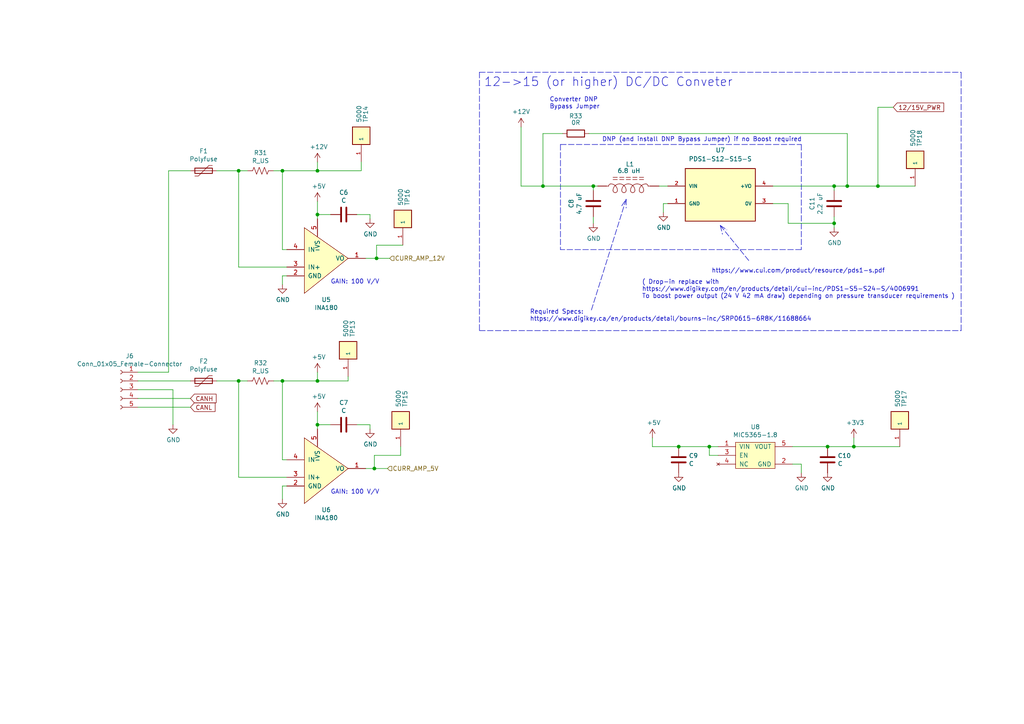
<source format=kicad_sch>
(kicad_sch (version 20211123) (generator eeschema)
  (paper "A4")
  (lib_symbols
    (symbol "Connector:Conn_01x05_Female" (pin_names (offset 1.016) hide)
      (property "Reference" "J" (at 0 7.62 0))
      (property "Value" "Conn_01x05_Female" (at 0 -7.62 0))
      (symbol "Conn_01x05_Female_1_1"
        (arc (start 0 -4.572) (mid -0.508 -5.08) (end 0 -5.588) (stroke (width 0.1524)))
        (arc (start 0 -2.032) (mid -0.508 -2.54) (end 0 -3.048) (stroke (width 0.1524)))
        (polyline (pts (xy -1.27 -5.08) (xy -0.508 -5.08)) (stroke (width 0.1524)))
        (polyline (pts (xy -1.27 -2.54) (xy -0.508 -2.54)) (stroke (width 0.1524)))
        (polyline (pts (xy -1.27 0) (xy -0.508 0)) (stroke (width 0.1524)))
        (polyline (pts (xy -1.27 2.54) (xy -0.508 2.54)) (stroke (width 0.1524)))
        (polyline (pts (xy -1.27 5.08) (xy -0.508 5.08)) (stroke (width 0.1524)))
        (arc (start 0 0.508) (mid -0.508 0) (end 0 -0.508) (stroke (width 0.1524)))
        (arc (start 0 3.048) (mid -0.508 2.54) (end 0 2.032) (stroke (width 0.1524)))
        (arc (start 0 5.588) (mid -0.508 5.08) (end 0 4.572) (stroke (width 0.1524)))
        (pin passive line (at -5.08 5.08 0) (length 3.81) (name "Pin_1") (number "1"))
        (pin passive line (at -5.08 2.54 0) (length 3.81) (name "Pin_2") (number "2"))
        (pin passive line (at -5.08 0 0) (length 3.81) (name "Pin_3") (number "3"))
        (pin passive line (at -5.08 -2.54 0) (length 3.81) (name "Pin_4") (number "4"))
        (pin passive line (at -5.08 -5.08 0) (length 3.81) (name "Pin_5") (number "5"))
      )
    )
    (symbol "Device:C" (pin_numbers hide) (pin_names (offset 0.254))
      (property "Reference" "C" (at 0.635 2.54 0))
      (property "Value" "C" (at 0.635 -2.54 0))
      (symbol "C_0_1"
        (polyline (pts (xy -2.032 -0.762) (xy 2.032 -0.762)) (stroke (width 0.508)))
        (polyline (pts (xy -2.032 0.762) (xy 2.032 0.762)) (stroke (width 0.508)))
      )
      (symbol "C_1_1"
        (pin passive line (at 0 3.81 270) (length 2.794) (name "~") (number "1"))
        (pin passive line (at 0 -3.81 90) (length 2.794) (name "~") (number "2"))
      )
    )
    (symbol "Device:Polyfuse" (pin_numbers hide) (pin_names (offset 0))
      (property "Reference" "F" (at -2.54 0 90))
      (property "Value" "Polyfuse" (at 2.54 0 90))
      (symbol "Polyfuse_0_1"
        (rectangle (start -0.762 2.54) (end 0.762 -2.54) (stroke (width 0.254)))
        (polyline (pts (xy 0 2.54) (xy 0 -2.54)))
        (polyline (pts (xy -1.524 2.54) (xy -1.524 1.524) (xy 1.524 -1.524) (xy 1.524 -2.54)))
      )
      (symbol "Polyfuse_1_1"
        (pin passive line (at 0 3.81 270) (length 1.27) (name "~") (number "1"))
        (pin passive line (at 0 -3.81 90) (length 1.27) (name "~") (number "2"))
      )
    )
    (symbol "Device:R" (pin_numbers hide) (pin_names (offset 0))
      (property "Reference" "R" (at 2.032 0 90))
      (property "Value" "R" (at 0 0 90))
      (symbol "R_0_1"
        (rectangle (start -1.016 -2.54) (end 1.016 2.54) (stroke (width 0.254)))
      )
      (symbol "R_1_1"
        (pin passive line (at 0 3.81 270) (length 1.27) (name "~") (number "1"))
        (pin passive line (at 0 -3.81 90) (length 1.27) (name "~") (number "2"))
      )
    )
    (symbol "Device:R_US" (pin_numbers hide) (pin_names (offset 0))
      (property "Reference" "R" (at 2.54 0 90))
      (property "Value" "R_US" (at -2.54 0 90))
      (symbol "R_US_0_1"
        (polyline (pts (xy 0 -2.286) (xy 0 -2.54)))
        (polyline (pts (xy 0 2.286) (xy 0 2.54)))
        (polyline (pts (xy 0 -0.762) (xy 1.016 -1.143) (xy 0 -1.524) (xy -1.016 -1.905) (xy 0 -2.286)))
        (polyline (pts (xy 0 0.762) (xy 1.016 0.381) (xy 0 0) (xy -1.016 -0.381) (xy 0 -0.762)))
        (polyline (pts (xy 0 2.286) (xy 1.016 1.905) (xy 0 1.524) (xy -1.016 1.143) (xy 0 0.762)))
      )
      (symbol "R_US_1_1"
        (pin passive line (at 0 3.81 270) (length 1.27) (name "~") (number "1"))
        (pin passive line (at 0 -3.81 90) (length 1.27) (name "~") (number "2"))
      )
    )
    (symbol "Keysight_5000_testpoints:5000" (pin_names (offset 1.016))
      (property "Reference" "TP" (at -2.54 3.81 0))
      (property "Value" "5000" (at -2.54 -7.62 0))
      (symbol "5000_0_0"
        (rectangle (start -2.54 -2.54) (end 2.54 2.54) (stroke (width 0.254)) (fill (type background)))
        (pin passive line (at -7.62 0 0) (length 5.08) (name "1") (number "1"))
      )
    )
    (symbol "PDS1-S12-S15-S:PDS1-S12-S15-S" (pin_names (offset 1.016))
      (property "Reference" "U" (at -10.2616 7.6962 0))
      (property "Value" "PDS1-S12-S15-S" (at -10.2362 -10.2362 0))
      (symbol "PDS1-S12-S15-S_0_0"
        (rectangle (start -10.16 -7.62) (end 10.16 7.62) (stroke (width 0.254)) (fill (type background)))
        (pin power_in line (at -15.24 -2.54 0) (length 5.08) (name "GND") (number "1"))
        (pin input line (at -15.24 2.54 0) (length 5.08) (name "VIN") (number "2"))
        (pin power_in line (at 15.24 -2.54 180) (length 5.08) (name "0V") (number "3"))
        (pin output line (at 15.24 2.54 180) (length 5.08) (name "+VO") (number "4"))
      )
    )
    (symbol "bourns_SRP0615_inductors:L_POWER_SHIELDED"
      (property "Reference" "L" (at 0 3.81 0))
      (property "Value" "L_POWER_SHIELDED" (at 0 6.35 0))
      (symbol "L_POWER_SHIELDED_0_1"
        (arc (start -5.08 0.635) (mid -5.529 0.449) (end -5.715 0))
        (arc (start -4.445 -1.27) (mid -4.259 -1.719) (end -3.81 -1.905))
        (arc (start -3.81 -1.905) (mid -3.361 -1.719) (end -3.175 -1.27))
        (arc (start -3.1714 -1.2664) (mid -3.7304 0.0796) (end -5.0764 0.6386))
        (arc (start -2.54 0.635) (mid -3.886 0.076) (end -4.445 -1.27))
        (arc (start -1.9086 -1.2664) (mid -1.7226 -1.7154) (end -1.2736 -1.9014))
        (arc (start -1.2736 -1.9014) (mid -0.8246 -1.7154) (end -0.6386 -1.2664))
        (arc (start -0.635 -1.2628) (mid -1.194 0.0832) (end -2.54 0.6422))
        (arc (start -0.0036 0.6386) (mid -1.3496 0.0796) (end -1.9086 -1.2664))
        (polyline (pts (xy -5.715 0) (xy -6.35 0)))
        (polyline (pts (xy -5.0764 0.6314) (xy -5.0764 0.6314)))
        (polyline (pts (xy -3.175 1.905) (xy -4.445 1.905)))
        (polyline (pts (xy -3.175 2.54) (xy -4.445 2.54)))
        (polyline (pts (xy -2.54 0.635) (xy -2.54 0.635)))
        (polyline (pts (xy -1.27 1.905) (xy -2.54 1.905)))
        (polyline (pts (xy -1.27 2.54) (xy -2.54 2.54)))
        (polyline (pts (xy 0.635 1.905) (xy -0.635 1.905)))
        (polyline (pts (xy 0.635 2.54) (xy -0.635 2.54)))
        (polyline (pts (xy 1.27 1.905) (xy 2.54 1.905)))
        (polyline (pts (xy 1.27 2.54) (xy 2.54 2.54)))
        (polyline (pts (xy 3.175 1.905) (xy 4.445 1.905)))
        (polyline (pts (xy 3.175 2.54) (xy 4.445 2.54)))
        (polyline (pts (xy 5.715 0) (xy 6.35 0)))
        (arc (start 0.6314 -1.2664) (mid 0.8174 -1.7154) (end 1.2664 -1.9014))
        (arc (start 1.2664 -1.9014) (mid 1.7154 -1.7154) (end 1.9014 -1.2664))
        (arc (start 1.905 -1.2628) (mid 1.346 0.0832) (end 0 0.6422))
        (arc (start 2.54 0.635) (mid 1.1937 0.0778) (end 0.6314 -1.2664))
        (arc (start 3.175 -1.27) (mid 3.361 -1.719) (end 3.81 -1.905))
        (arc (start 3.81 -1.905) (mid 4.259 -1.719) (end 4.445 -1.27))
        (arc (start 4.4486 -1.2664) (mid 3.8896 0.0796) (end 2.5436 0.6386))
        (arc (start 5.08 0.635) (mid 3.734 0.076) (end 3.175 -1.27))
        (arc (start 5.715 0) (mid 5.529 0.449) (end 5.08 0.635))
      )
      (symbol "L_POWER_SHIELDED_1_1"
        (pin passive line (at -8.89 0 0) (length 2.54) (name "") (number ""))
        (pin passive line (at 8.89 0 180) (length 2.54) (name "") (number ""))
      )
    )
    (symbol "canhw:INA180" (pin_names (offset 1.016))
      (property "Reference" "U" (at -5.08 13.97 0))
      (property "Value" "INA180" (at -11.43 15.24 0))
      (symbol "INA180_0_1"
        (polyline (pts (xy 5.08 0) (xy -7.62 8.89)))
        (polyline (pts (xy -7.62 8.89) (xy -7.62 -10.16) (xy 5.08 0)) (fill (type background)))
      )
      (symbol "INA180_1_1"
        (pin output line (at 10.16 0 180) (length 5.08) (name "VO") (number "1"))
        (pin power_in line (at -12.7 -5.08 0) (length 5.08) (name "GND") (number "2"))
        (pin input line (at -12.7 -2.54 0) (length 5.08) (name "IN+") (number "3"))
        (pin input line (at -12.7 2.54 0) (length 5.08) (name "IN-") (number "4"))
        (pin power_in line (at -3.81 11.43 270) (length 5.08) (name "VS") (number "5"))
      )
    )
    (symbol "canhw:MIC5365-1.8" (pin_names (offset 1.016))
      (property "Reference" "U" (at 0 5.08 0))
      (property "Value" "MIC5365-1.8" (at 0 2.54 0))
      (symbol "MIC5365-1.8_0_1"
        (rectangle (start -6.35 1.27) (end 5.08 -6.35) (fill (type background)))
      )
      (symbol "MIC5365-1.8_1_1"
        (pin power_in line (at -11.43 0 0) (length 5.08) (name "VIN") (number "1"))
        (pin power_in line (at 10.16 -5.08 180) (length 5.08) (name "GND") (number "2"))
        (pin input line (at -11.43 -2.54 0) (length 5.08) (name "EN") (number "3"))
        (pin no_connect line (at -11.43 -5.08 0) (length 5.08) (name "NC") (number "4"))
        (pin power_out line (at 10.16 0 180) (length 5.08) (name "VOUT") (number "5"))
      )
    )
    (symbol "power:+12V" (power) (pin_names (offset 0))
      (property "Value" "+12V" (at 0 3.556 0))
      (symbol "+12V_0_1"
        (polyline (pts (xy -0.762 1.27) (xy 0 2.54)))
        (polyline (pts (xy 0 0) (xy 0 2.54)))
        (polyline (pts (xy 0 2.54) (xy 0.762 1.27)))
      )
      (symbol "+12V_1_1"
        (pin power_in line (at 0 0 90) (length 0) hide (name "+12V") (number "1"))
      )
    )
    (symbol "power:+3V3" (power) (pin_names (offset 0))
      (property "Value" "+3V3" (at 0 3.556 0))
      (symbol "+3V3_0_1"
        (polyline (pts (xy -0.762 1.27) (xy 0 2.54)))
        (polyline (pts (xy 0 0) (xy 0 2.54)))
        (polyline (pts (xy 0 2.54) (xy 0.762 1.27)))
      )
      (symbol "+3V3_1_1"
        (pin power_in line (at 0 0 90) (length 0) hide (name "+3V3") (number "1"))
      )
    )
    (symbol "power:+5V" (power) (pin_names (offset 0))
      (property "Value" "+5V" (at 0 3.556 0))
      (symbol "+5V_0_1"
        (polyline (pts (xy -0.762 1.27) (xy 0 2.54)))
        (polyline (pts (xy 0 0) (xy 0 2.54)))
        (polyline (pts (xy 0 2.54) (xy 0.762 1.27)))
      )
      (symbol "+5V_1_1"
        (pin power_in line (at 0 0 90) (length 0) hide (name "+5V") (number "1"))
      )
    )
    (symbol "power:GND" (power) (pin_names (offset 0))
      (property "Value" "GND" (at 0 -3.81 0))
      (symbol "GND_0_1"
        (polyline (pts (xy 0 0) (xy 0 -1.27) (xy 1.27 -1.27) (xy 0 -2.54) (xy -1.27 -1.27) (xy 0 -1.27)))
      )
      (symbol "GND_1_1"
        (pin power_in line (at 0 0 270) (length 0) hide (name "GND") (number "1"))
      )
    )
  )
  (junction (at 240.03 129.54))
  (junction (at 92.075 110.49))
  (junction (at 205.74 129.54))
  (junction (at 81.915 49.53))
  (junction (at 81.915 110.49))
  (junction (at 69.215 49.53))
  (junction (at 196.85 129.54))
  (junction (at 157.48 53.975))
  (junction (at 92.075 62.23))
  (junction (at 69.215 110.49))
  (junction (at 92.075 49.53))
  (junction (at 172.085 53.975))
  (junction (at 247.65 129.54))
  (junction (at 241.935 53.975))
  (junction (at 245.745 53.975))
  (junction (at 254.635 53.975))
  (junction (at 241.935 64.77))
  (junction (at 108.585 135.89))
  (junction (at 92.075 123.19))
  (junction (at 109.22 74.93))
  (wire (pts (xy 108.585 132.08) (xy 116.205 132.08)))
  (wire (pts (xy 69.215 138.43) (xy 83.185 138.43)))
  (wire (pts (xy 247.65 129.54) (xy 247.65 127)))
  (polyline (pts (xy 139.065 95.885) (xy 278.765 95.885)))
  (wire (pts (xy 196.85 129.54) (xy 205.74 129.54)))
  (wire (pts (xy 100.965 109.22) (xy 100.965 110.49)))
  (wire (pts (xy 104.775 46.99) (xy 104.775 49.53)))
  (wire (pts (xy 254.635 53.975) (xy 245.745 53.975)))
  (wire (pts (xy 245.745 53.975) (xy 241.935 53.975)))
  (wire (pts (xy 50.165 113.03) (xy 40.005 113.03)))
  (wire (pts (xy 79.375 110.49) (xy 81.915 110.49)))
  (wire (pts (xy 229.87 134.62) (xy 232.41 134.62)))
  (wire (pts (xy 81.915 133.35) (xy 83.185 133.35)))
  (wire (pts (xy 116.205 132.08) (xy 116.205 129.54)))
  (polyline (pts (xy 181.61 57.785) (xy 181.61 60.325)))
  (wire (pts (xy 116.84 71.12) (xy 109.22 71.12)))
  (wire (pts (xy 83.185 140.97) (xy 81.915 140.97)))
  (wire (pts (xy 189.23 127) (xy 189.23 129.54)))
  (wire (pts (xy 232.41 134.62) (xy 232.41 137.16)))
  (wire (pts (xy 173.355 53.975) (xy 172.085 53.975)))
  (wire (pts (xy 229.87 129.54) (xy 240.03 129.54)))
  (wire (pts (xy 83.185 77.47) (xy 69.215 77.47)))
  (wire (pts (xy 69.215 110.49) (xy 71.755 110.49)))
  (wire (pts (xy 157.48 38.735) (xy 163.195 38.735)))
  (wire (pts (xy 109.22 74.93) (xy 106.045 74.93)))
  (wire (pts (xy 151.13 36.83) (xy 151.13 53.975)))
  (polyline (pts (xy 208.915 65.405) (xy 209.55 67.945)))
  (wire (pts (xy 62.865 49.53) (xy 69.215 49.53)))
  (wire (pts (xy 81.915 49.53) (xy 92.075 49.53)))
  (wire (pts (xy 247.65 129.54) (xy 260.985 129.54)))
  (wire (pts (xy 151.13 53.975) (xy 157.48 53.975)))
  (wire (pts (xy 109.22 71.12) (xy 109.22 74.93)))
  (wire (pts (xy 69.215 49.53) (xy 71.755 49.53)))
  (wire (pts (xy 81.915 133.35) (xy 81.915 110.49)))
  (wire (pts (xy 95.885 123.19) (xy 92.075 123.19)))
  (wire (pts (xy 103.505 123.19) (xy 107.315 123.19)))
  (wire (pts (xy 81.915 140.97) (xy 81.915 144.78)))
  (wire (pts (xy 208.28 132.08) (xy 205.74 132.08)))
  (wire (pts (xy 81.915 110.49) (xy 92.075 110.49)))
  (wire (pts (xy 192.405 59.055) (xy 193.675 59.055)))
  (wire (pts (xy 103.505 62.23) (xy 107.315 62.23)))
  (polyline (pts (xy 139.065 20.955) (xy 139.065 95.885)))
  (wire (pts (xy 50.165 123.19) (xy 50.165 113.03)))
  (wire (pts (xy 228.6 59.055) (xy 224.155 59.055)))
  (wire (pts (xy 107.315 62.23) (xy 107.315 63.5)))
  (wire (pts (xy 40.005 118.11) (xy 55.245 118.11)))
  (wire (pts (xy 81.915 80.01) (xy 81.915 82.55)))
  (wire (pts (xy 205.74 132.08) (xy 205.74 129.54)))
  (polyline (pts (xy 162.56 41.91) (xy 232.41 41.91)))
  (wire (pts (xy 104.775 49.53) (xy 92.075 49.53)))
  (wire (pts (xy 95.885 62.23) (xy 92.075 62.23)))
  (wire (pts (xy 40.005 110.49) (xy 55.245 110.49)))
  (wire (pts (xy 245.745 38.735) (xy 245.745 53.975)))
  (wire (pts (xy 92.075 49.53) (xy 92.075 46.99)))
  (wire (pts (xy 254.635 31.115) (xy 254.635 53.975)))
  (polyline (pts (xy 162.56 41.91) (xy 162.56 72.39)))
  (wire (pts (xy 189.23 129.54) (xy 196.85 129.54)))
  (wire (pts (xy 241.935 53.975) (xy 241.935 55.245)))
  (wire (pts (xy 240.03 129.54) (xy 247.65 129.54)))
  (wire (pts (xy 92.075 62.23) (xy 92.075 63.5)))
  (wire (pts (xy 100.965 110.49) (xy 92.075 110.49)))
  (wire (pts (xy 205.74 129.54) (xy 208.28 129.54)))
  (wire (pts (xy 107.315 124.46) (xy 107.315 123.19)))
  (polyline (pts (xy 181.61 57.785) (xy 171.45 90.17)))
  (wire (pts (xy 241.935 62.865) (xy 241.935 64.77)))
  (wire (pts (xy 92.075 123.19) (xy 92.075 124.46)))
  (wire (pts (xy 40.005 107.95) (xy 48.895 107.95)))
  (wire (pts (xy 108.585 132.08) (xy 108.585 135.89)))
  (wire (pts (xy 170.815 38.735) (xy 245.745 38.735)))
  (wire (pts (xy 112.395 135.89) (xy 108.585 135.89)))
  (wire (pts (xy 172.085 53.975) (xy 172.085 55.245)))
  (wire (pts (xy 157.48 38.735) (xy 157.48 53.975)))
  (wire (pts (xy 79.375 49.53) (xy 81.915 49.53)))
  (wire (pts (xy 48.895 107.95) (xy 48.895 49.53)))
  (wire (pts (xy 224.155 53.975) (xy 241.935 53.975)))
  (polyline (pts (xy 139.065 20.955) (xy 278.765 20.955)))
  (wire (pts (xy 62.865 110.49) (xy 69.215 110.49)))
  (wire (pts (xy 113.03 74.93) (xy 109.22 74.93)))
  (wire (pts (xy 157.48 53.975) (xy 172.085 53.975)))
  (wire (pts (xy 83.185 80.01) (xy 81.915 80.01)))
  (wire (pts (xy 254.635 31.115) (xy 259.08 31.115)))
  (wire (pts (xy 228.6 64.77) (xy 228.6 59.055)))
  (wire (pts (xy 81.915 72.39) (xy 81.915 49.53)))
  (wire (pts (xy 69.215 138.43) (xy 69.215 110.49)))
  (polyline (pts (xy 180.34 59.69) (xy 181.61 57.785)))
  (wire (pts (xy 48.895 49.53) (xy 55.245 49.53)))
  (polyline (pts (xy 278.765 95.885) (xy 278.765 20.955)))
  (wire (pts (xy 92.075 58.42) (xy 92.075 62.23)))
  (wire (pts (xy 241.935 64.77) (xy 241.935 66.04)))
  (wire (pts (xy 108.585 135.89) (xy 106.045 135.89)))
  (wire (pts (xy 81.915 72.39) (xy 83.185 72.39)))
  (polyline (pts (xy 208.915 65.405) (xy 217.17 75.565)))
  (polyline (pts (xy 208.915 65.405) (xy 210.82 66.675)))
  (wire (pts (xy 69.215 77.47) (xy 69.215 49.53)))
  (wire (pts (xy 92.075 119.38) (xy 92.075 123.19)))
  (wire (pts (xy 192.405 59.055) (xy 192.405 61.595)))
  (polyline (pts (xy 232.41 41.91) (xy 232.41 72.39)))
  (wire (pts (xy 191.135 53.975) (xy 193.675 53.975)))
  (wire (pts (xy 172.085 62.865) (xy 172.085 64.77)))
  (wire (pts (xy 92.075 110.49) (xy 92.075 107.95)))
  (wire (pts (xy 40.005 115.57) (xy 55.245 115.57)))
  (wire (pts (xy 254.635 53.975) (xy 265.43 53.975)))
  (polyline (pts (xy 232.41 72.39) (xy 162.56 72.39)))
  (wire (pts (xy 241.935 64.77) (xy 228.6 64.77)))
  (text "Converter DNP \nBypass Jumper" (at 159.385 31.75 0) (effects (font (size 1.27 1.27)) (justify left bottom)))
  (text "GAIN: 100 V/V" (at 95.885 82.55 0) (effects (font (size 1.27 1.27)) (justify left bottom)))
  (text "( Drop-in replace with \nhttps://www.digikey.com/en/products/detail/cui-inc/PDS1-S5-S24-S/4006991\nTo boost power output (24 V 42 mA draw) depending on pressure transducer requirements )" (at 186.182 86.741 0) (effects (font (size 1.27 1.27)) (justify left bottom)))
  (text "https://www.cui.com/product/resource/pds1-s.pdf" (at 206.375 79.375 0) (effects (font (size 1.27 1.27)) (justify left bottom)))
  (text "GAIN: 100 V/V" (at 95.885 143.51 0) (effects (font (size 1.27 1.27)) (justify left bottom)))
  (text "Required Specs:\nhttps://www.digikey.ca/en/products/detail/bourns-inc/SRP0615-6R8K/11688664" (at 153.67 93.345 0) (effects (font (size 1.27 1.27)) (justify left bottom)))
  (text "DNP (and install DNP Bypass Jumper) if no Boost required" (at 174.625 41.275 0) (effects (font (size 1.27 1.27)) (justify left bottom)))
  (text "12->15 (or higher) DC/DC Conveter" (at 140.335 25.4 0) (effects (font (size 2.54 2.54)) (justify left bottom)))
  (global_label "12{slash}15V_PWR" (shape input) (at 259.08 31.115 0) (property "Intersheet References" "${INTERSHEET_REFS}" (effects hide)))
  (global_label "CANH" (shape input) (at 55.245 115.57 0) (property "Intersheet References" "${INTERSHEET_REFS}" (effects hide)))
  (global_label "CANL" (shape input) (at 55.245 118.11 0) (property "Intersheet References" "${INTERSHEET_REFS}" (effects hide)))
  (hierarchical_label "CURR_AMP_5V" (shape input) (at 112.395 135.89 0))
  (hierarchical_label "CURR_AMP_12V" (shape input) (at 113.03 74.93 0))
  (symbol (lib_id "power:GND") (at 50.165 123.19 0) (unit 1)
    (property "Reference" "#PWR037" (effects hide))
    (property "Value" "GND" (at 50.292 127.5842 0))
  )
  (symbol (lib_id "canhw:INA180") (at 95.885 135.89 0) (unit 1)
    (property "Reference" "U6" (at 94.615 147.8788 0))
    (property "Value" "INA180" (at 94.615 150.1902 0))
    (property "Footprint" "Package_TO_SOT_SMD:SOT-23-5_HandSoldering" (effects hide))
    (property "Datasheet" "http://www.ti.com/lit/ds/symlink/ina180.pdf" (effects hide))
  )
  (symbol (lib_id "power:+5V") (at 92.075 119.38 0) (unit 1)
    (property "Reference" "#PWR043" (effects hide))
    (property "Value" "+5V" (at 92.456 114.9858 0))
  )
  (symbol (lib_id "power:GND") (at 81.915 144.78 0) (unit 1)
    (property "Reference" "#PWR039" (effects hide))
    (property "Value" "GND" (at 82.042 149.1742 0))
  )
  (symbol (lib_id "Device:C") (at 99.695 123.19 270) (unit 1)
    (property "Reference" "C7" (at 99.695 116.7892 90))
    (property "Value" "C" (at 99.695 119.1006 90))
    (property "Footprint" "Capacitor_SMD:C_0805_2012Metric_Pad1.15x1.40mm_HandSolder" (effects hide))
  )
  (symbol (lib_id "power:GND") (at 107.315 124.46 0) (unit 1)
    (property "Reference" "#PWR045" (effects hide))
    (property "Value" "GND" (at 107.442 128.8542 0))
  )
  (symbol (lib_id "Connector:Conn_01x05_Female") (at 34.925 113.03 0) (mirror y) (unit 1)
    (property "Reference" "J6" (at 37.6174 103.251 0))
    (property "Value" "Conn_01x05_Female-Connector" (at 37.6174 105.5624 0))
    (property "Footprint" "canhw_footprints:connector_Harwin_M80-5000642" (effects hide))
  )
  (symbol (lib_id "power:+5V") (at 92.075 107.95 0) (unit 1)
    (property "Reference" "#PWR042" (effects hide))
    (property "Value" "+5V" (at 92.456 103.5558 0))
  )
  (symbol (lib_id "Device:Polyfuse") (at 59.055 110.49 270) (unit 1)
    (property "Reference" "F2" (at 59.055 104.775 90))
    (property "Value" "Polyfuse" (at 59.055 107.0864 90))
    (property "Footprint" "Fuse:Fuse_1206_3216Metric_Pad1.42x1.75mm_HandSolder" (effects hide))
  )
  (symbol (lib_id "Device:R_US") (at 75.565 110.49 270) (unit 1)
    (property "Reference" "R32" (at 75.565 105.283 90))
    (property "Value" "R_US" (at 75.565 107.5944 90))
    (property "Footprint" "Resistor_SMD:R_1206_3216Metric_Pad1.42x1.75mm_HandSolder" (effects hide))
  )
  (symbol (lib_id "power:GND") (at 232.41 137.16 0) (unit 1)
    (property "Reference" "#PWR051" (effects hide))
    (property "Value" "GND" (at 232.537 141.5542 0))
  )
  (symbol (lib_id "Device:C") (at 240.03 133.35 0) (unit 1)
    (property "Reference" "C10" (at 242.951 132.1816 0) (effects (justify left)))
    (property "Value" "C" (at 242.951 134.493 0) (effects (justify left)))
    (property "Footprint" "Capacitor_SMD:C_0805_2012Metric_Pad1.15x1.40mm_HandSolder" (effects hide))
  )
  (symbol (lib_id "power:GND") (at 240.03 137.16 0) (unit 1)
    (property "Reference" "#PWR052" (effects hide))
    (property "Value" "GND" (at 240.157 141.5542 0))
  )
  (symbol (lib_id "power:+5V") (at 189.23 127 0) (unit 1)
    (property "Reference" "#PWR048" (effects hide))
    (property "Value" "+5V" (at 189.611 122.6058 0))
  )
  (symbol (lib_id "Device:C") (at 196.85 133.35 0) (unit 1)
    (property "Reference" "C9" (at 199.771 132.1816 0) (effects (justify left)))
    (property "Value" "C" (at 199.771 134.493 0) (effects (justify left)))
    (property "Footprint" "Capacitor_SMD:C_0805_2012Metric_Pad1.15x1.40mm_HandSolder" (effects hide))
  )
  (symbol (lib_id "power:GND") (at 196.85 137.16 0) (unit 1)
    (property "Reference" "#PWR050" (effects hide))
    (property "Value" "GND" (at 196.977 141.5542 0))
  )
  (symbol (lib_id "canhw:MIC5365-1.8") (at 219.71 129.54 0) (unit 1)
    (property "Reference" "U8" (at 219.075 123.825 0))
    (property "Value" "MIC5365-1.8" (at 219.075 126.1364 0))
    (property "Footprint" "Package_TO_SOT_SMD:SOT-23-5_HandSoldering" (effects hide))
    (property "Datasheet" "http://ww1.microchip.com/downloads/en/DeviceDoc/mic5365.pdf" (effects hide))
  )
  (symbol (lib_id "power:+5V") (at 92.075 58.42 0) (unit 1)
    (property "Reference" "#PWR041" (effects hide))
    (property "Value" "+5V" (at 92.456 54.0258 0))
  )
  (symbol (lib_id "power:GND") (at 81.915 82.55 0) (unit 1)
    (property "Reference" "#PWR038" (effects hide))
    (property "Value" "GND" (at 82.042 86.9442 0))
  )
  (symbol (lib_id "Device:C") (at 99.695 62.23 270) (unit 1)
    (property "Reference" "C6" (at 99.695 55.8292 90))
    (property "Value" "C" (at 99.695 58.1406 90))
    (property "Footprint" "Capacitor_SMD:C_0805_2012Metric_Pad1.15x1.40mm_HandSolder" (effects hide))
  )
  (symbol (lib_id "power:GND") (at 107.315 63.5 0) (unit 1)
    (property "Reference" "#PWR044" (effects hide))
    (property "Value" "GND" (at 107.442 67.8942 0))
  )
  (symbol (lib_id "Device:R_US") (at 75.565 49.53 270) (unit 1)
    (property "Reference" "R31" (at 75.565 44.323 90))
    (property "Value" "R_US" (at 75.565 46.6344 90))
    (property "Footprint" "Resistor_SMD:R_1206_3216Metric_Pad1.42x1.75mm_HandSolder" (effects hide))
  )
  (symbol (lib_id "Device:Polyfuse") (at 59.055 49.53 270) (unit 1)
    (property "Reference" "F1" (at 59.055 43.815 90))
    (property "Value" "Polyfuse" (at 59.055 46.1264 90))
    (property "Footprint" "Fuse:Fuse_1206_3216Metric_Pad1.42x1.75mm_HandSolder" (effects hide))
  )
  (symbol (lib_id "power:+12V") (at 92.075 46.99 0) (unit 1)
    (property "Reference" "#PWR040" (effects hide))
    (property "Value" "+12V" (at 92.456 42.5958 0))
  )
  (symbol (lib_id "power:+3V3") (at 247.65 127 0) (unit 1)
    (property "Reference" "#PWR054" (effects hide))
    (property "Value" "+3V3" (at 248.031 122.6058 0))
  )
  (symbol (lib_id "Keysight_5000_testpoints:5000") (at 104.775 39.37 90) (unit 1)
    (property "Reference" "TP14" (at 106.045 35.56 0) (effects (justify left)))
    (property "Value" "5000" (at 104.14 35.56 0) (effects (justify left)))
    (property "Footprint" "KEYSTONE_5000" (effects hide))
    (property "MANUFACTURER" "KEYSTONE" (effects hide))
    (property "PARTREV" "H" (effects hide))
    (property "STANDARD" "Manufacturer Recommendations" (effects hide))
    (property "MAXIMUM_PACKAGE_HEIGHT" "4.57mm" (effects hide))
  )
  (symbol (lib_id "Keysight_5000_testpoints:5000") (at 116.84 63.5 90) (unit 1)
    (property "Reference" "TP16" (at 118.11 59.69 0) (effects (justify left)))
    (property "Value" "5000" (at 116.205 59.69 0) (effects (justify left)))
    (property "Footprint" "KEYSTONE_5000" (effects hide))
    (property "MANUFACTURER" "KEYSTONE" (effects hide))
    (property "PARTREV" "H" (effects hide))
    (property "STANDARD" "Manufacturer Recommendations" (effects hide))
    (property "MAXIMUM_PACKAGE_HEIGHT" "4.57mm" (effects hide))
  )
  (symbol (lib_id "power:GND") (at 192.405 61.595 0) (unit 1)
    (property "Reference" "#PWR049" (effects hide))
    (property "Value" "GND" (at 192.532 65.9892 0))
  )
  (symbol (lib_id "power:GND") (at 241.935 66.04 0) (unit 1)
    (property "Reference" "#PWR053" (effects hide))
    (property "Value" "GND" (at 242.062 70.4342 0))
  )
  (symbol (lib_id "Keysight_5000_testpoints:5000") (at 116.205 121.92 90) (unit 1)
    (property "Reference" "TP15" (at 117.475 118.11 0) (effects (justify left)))
    (property "Value" "5000" (at 115.57 118.11 0) (effects (justify left)))
    (property "Footprint" "KEYSTONE_5000" (effects hide))
    (property "MANUFACTURER" "KEYSTONE" (effects hide))
    (property "PARTREV" "H" (effects hide))
    (property "STANDARD" "Manufacturer Recommendations" (effects hide))
    (property "MAXIMUM_PACKAGE_HEIGHT" "4.57mm" (effects hide))
  )
  (symbol (lib_id "Device:R") (at 167.005 38.735 90) (mirror x) (unit 1)
    (property "Reference" "R33" (at 167.005 33.655 90))
    (property "Value" "0R" (at 167.005 35.56 90))
  )
  (symbol (lib_id "Keysight_5000_testpoints:5000") (at 260.985 121.92 90) (unit 1)
    (property "Reference" "TP17" (at 262.255 118.11 0) (effects (justify left)))
    (property "Value" "5000" (at 260.35 118.11 0) (effects (justify left)))
    (property "Footprint" "KEYSTONE_5000" (effects hide))
    (property "MANUFACTURER" "KEYSTONE" (effects hide))
    (property "PARTREV" "H" (effects hide))
    (property "STANDARD" "Manufacturer Recommendations" (effects hide))
    (property "MAXIMUM_PACKAGE_HEIGHT" "4.57mm" (effects hide))
  )
  (symbol (lib_id "PDS1-S12-S15-S:PDS1-S12-S15-S") (at 208.915 56.515 0) (unit 1) (in_bom no) (on_board no)
    (property "Reference" "U7" (at 208.915 43.561 0))
    (property "Value" "PDS1-S12-S15-S" (at 208.915 46.101 0))
    (property "Footprint" "CONV_PDS1-S12-S15-S" (effects hide))
    (property "Datasheet" "https://www.cui.com/product/resource/pds1-s.pdf" (effects hide))
    (property "MP" "PDS1-S12-S12-S" (effects hide))
    (property "PRICE" "3.90 USD" (effects hide))
    (property "MF" "CUI" (effects hide))
    (property "PACKAGE" "SIP-4 CUI" (effects hide))
    (property "AVAILABILITY" "Good" (effects hide))
    (property "DESCRIPTION" "PDS1 Series 1 W 12 VDC 83 mA Single Output DC-DC Isolated Converter" (effects hide))
  )
  (symbol (lib_id "Device:C") (at 172.085 59.055 0) (unit 1)
    (property "Reference" "C8" (at 165.6842 59.055 90))
    (property "Value" "4.7 uF" (at 167.9956 59.055 90))
    (property "Footprint" "Capacitor_SMD:C_0805_2012Metric_Pad1.15x1.40mm_HandSolder" (effects hide))
  )
  (symbol (lib_id "bourns_SRP0615_inductors:L_POWER_SHIELDED") (at 182.245 53.975 0) (unit 1)
    (property "Reference" "L1" (at 181.483 47.625 0) (effects (justify left)))
    (property "Value" "6.8 uH" (at 179.07 49.53 0) (effects (justify left)))
    (property "Datasheet" "https://www.bourns.com/docs/product-datasheets/srp0615.pdf" (effects hide))
  )
  (symbol (lib_id "power:GND") (at 172.085 64.77 0) (unit 1)
    (property "Reference" "#PWR047" (effects hide))
    (property "Value" "GND" (at 172.212 69.1642 0))
  )
  (symbol (lib_id "Device:C") (at 241.935 59.055 0) (unit 1)
    (property "Reference" "C11" (at 235.5342 59.055 90))
    (property "Value" "2.2 uF" (at 237.8456 59.055 90))
    (property "Footprint" "Capacitor_SMD:C_0805_2012Metric_Pad1.15x1.40mm_HandSolder" (effects hide))
  )
  (symbol (lib_id "Keysight_5000_testpoints:5000") (at 100.965 101.6 90) (unit 1)
    (property "Reference" "TP13" (at 102.235 97.79 0) (effects (justify left)))
    (property "Value" "5000" (at 100.33 97.79 0) (effects (justify left)))
    (property "Footprint" "KEYSTONE_5000" (effects hide))
    (property "MANUFACTURER" "KEYSTONE" (effects hide))
    (property "PARTREV" "H" (effects hide))
    (property "STANDARD" "Manufacturer Recommendations" (effects hide))
    (property "MAXIMUM_PACKAGE_HEIGHT" "4.57mm" (effects hide))
  )
  (symbol (lib_id "canhw:INA180") (at 95.885 74.93 0) (unit 1)
    (property "Reference" "U5" (at 94.615 86.9188 0))
    (property "Value" "INA180" (at 94.615 89.2302 0))
    (property "Footprint" "Package_TO_SOT_SMD:SOT-23-5_HandSoldering" (effects hide))
    (property "Datasheet" "http://www.ti.com/lit/ds/symlink/ina180.pdf" (effects hide))
  )
  (symbol (lib_id "power:+12V") (at 151.13 36.83 0) (unit 1)
    (property "Reference" "#PWR046" (effects hide))
    (property "Value" "+12V" (at 151.13 32.385 0))
  )
  (symbol (lib_id "Keysight_5000_testpoints:5000") (at 265.43 46.355 90) (unit 1)
    (property "Reference" "TP18" (at 266.7 42.545 0) (effects (justify left)))
    (property "Value" "5000" (at 264.795 42.545 0) (effects (justify left)))
    (property "Footprint" "KEYSTONE_5000" (effects hide))
    (property "MANUFACTURER" "KEYSTONE" (effects hide))
    (property "PARTREV" "H" (effects hide))
    (property "STANDARD" "Manufacturer Recommendations" (effects hide))
    (property "MAXIMUM_PACKAGE_HEIGHT" "4.57mm" (effects hide))
  )
)
</source>
